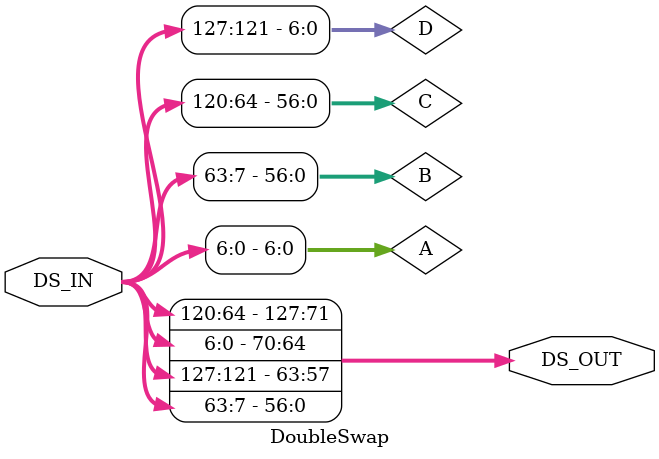
<source format=v>
module DoubleSwap
(
input [127:0] DS_IN,
output [127:0] DS_OUT 
);

wire [6:0] A;      //7_bits
wire [56:0] B;     //57_bits
wire [56:0] C;     //57_bits
wire [6:0] D;      //7_bits

assign A = DS_IN [6:0];
assign B = DS_IN [63:7];
assign C = DS_IN [120:64];
assign D = DS_IN [127:121];

assign DS_OUT = {C,A,D,B};

//assign DS_OUT [56:0] = B;     //57_bits
//assign DS_OUT [63:57] = D;    //7_bits
//assign DS_OUT [70:64] = A;    //7_bits
//assign DS_OUT [127:71] = C;   //57_bits


endmodule
</source>
